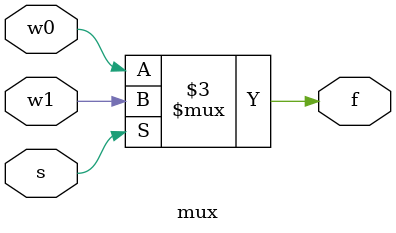
<source format=v>


//This reactionTimer is a finite state machine with 3 states
//State 1 (Q=1): LED OFF, NO Timer counting
	//default state
//State 2 (Q=2): LED off, Random generator timer counting, No timer counting
	//reaction timer started, once random time counted the machine will enter state 3
//State 3 (Q-3): LED ON, timer counting
	//LED on and time counts until user presses button to go back to state 1

module reactionTimer(Clock, Reset, Pushn, LED, LED2, LED3, Digit1, Digit0);

	input Clock, Reset,Pushn;
	output reg LED, LED2;
	output LED3;

	output wire [1:7]Digit1,Digit0;
	//reg LED;								
	wire [3:0]BCD1,BCD0;					
	wire c9; 								
	reg[1:0]Q = 1;		
	reg randomEnable=1; //this enables LFSR	
	wire [3:0]randomNumber;		
	reg enableCounting;
	wire doneCounting;
	//initialize Q to 1
	//assign LED = 1;
	initial enableCounting = 0;
	initial randomEnable = 1;
	
	
	always@(posedge Clock)
	begin
	
		if(!Pushn)
		begin
			/*
			case(Q)
			1 : Q <= 2;
			2 : ;
			3 : Q <= 1;

			endcase
			*/


			if(Q==1) 
			begin
			Q<=2; //if in state 1, go to state 2
			end
		
			else if(Q==3) 
			begin
			Q<=1; //if in state 3, go to state 1 
			end
			//else Q = Q;
			//LED3 = 1;
		end
		
		if(Q == 1)
		begin
			LED<=0; //LED OFF (LED CONTROLS IF LIGHT IS ON AND IF COUNTER IS ENABLED)
			LED2<=0;

		end
		else if(Q == 2)
		begin
			LED<=0; //LED OFF
			LED2<=1;
			enableCounting <= 1;
			/*if(doneCounting)
				Q <= 3;*/


		end
		else if(Q == 3)
		begin
			LED<=1; //LED ON
			LED2<=0;

		end
		
		
	end


	always@(negedge doneCounting)
	begin
	
	 if(doneCounting)
		Q <= 3;
	end
	
	
	/*
	always @(posedge Clock)
	begin
		if(!Pushn||Reset)
			LED<=1;
		else begin
			LED<=0;
		end
	end*/
	

	//assign LEDn = ~LED;
	
	clockDivider hundredHertz(Clock,c9); //divide clock to get our frequency

	BCDcount counter(c9,Reset,LED,BCD1,BCD0);
	seg7 seg1(BCD1,Digit1);
	seg7 seg0(BCD0,Digit0);

	LFSR ranNum(Clock,randomEnable,randomNumber);
	countTo count1(c9, randomNumber, doneCounting, enableCounting, LED3);


/*
wire x,y,Q;

mux muxyMux(w,Q,1,x)

assign y = button & x & ~reset

flipflop flippyFlop(y,Clock,Q)
*/

endmodule



module BCDcount(Clock,Clear,E,BCD1,BCD0);
	input Clock,Clear,E;
	output reg [3:0]BCD1,BCD0;

	always@(posedge Clock)
	begin
		if(Clear) //if clear, set everything to 0
		begin
			BCD1<=0;
			BCD0<=0;
		end
		else if (~Clear && E) //if enable...
			if(BCD0==4'b1001)//if BCD0 is 9 (left digit)
			begin
				BCD0<=0; //set it back to 0
				if(BCD1==4'b1001) //if BCD1 9
					BCD1<=0; //set back to 0
				else 
					BCD1<=BCD1+1; //otherwise increment
			end
		else 
			BCD0<=BCD0+1; //if !Clear and E, then increment BCD0
	end

	//note: as long as BCD0!=9, it increments on clockedge 
	//and BCD1 remains in its state, so BCDO goes up to 9
	//before BCD1 increments


	//ALSO: I think we could just add another BCD (BCD2) and make that 
	//increment everytime BCD1 gets to 9 (just put this incrementation 
	//inside an if statement exactly like what we did for BCD1 and BCD0)

endmodule

module seg7(bcd,leds);
	input [3:0]bcd;
	output reg[1:7] leds;

	always@(bcd)
		case(bcd)  //whenever bcd changes, change led outputs accordingly
					//abcdefg
			0: leds=7'b0000001;//1111110;
			1: leds=7'b1001111;//0110000;
			2: leds=7'b0010010;//1101101;
			3: leds=7'b0000110;//1111001;
			4: leds=7'b1001100;//0110011;
			5: leds=7'b0100100;//1011011;
			6: leds=7'b0100000;//1011111;
			7: leds=7'b0001111;//1110000;
			8: leds=7'b0000000;//1111111;
			9: leds=7'b0000100;//1111011;
			default: leds=7'bx;
		endcase

endmodule


//////////////////////Clock Divider///////////////////////////////////////////////////////
////////////takes in Clock and effectively outputs that frequency%10 ///////////////////////


module clockDivider(Clock,c19);
	input Clock;
	reg [19:0]Q;
	output reg c19;

	always@(posedge Clock)
	begin
		Q <= Q+1;
		
		c19 = Q[19];
	end

endmodule

//this linear feedback shift register will produce a puedo random number
module LFSR(Clock,E,Q);
input Clock, E;
output reg [3:0] Q;
initial Q = 1;

always@(posedge Clock)
begin

		Q[3] = Q[3] ^ Q[0];
		Q[2] = Q[3];
		Q[1] = Q[2];
		Q[0] = Q[1];

end

endmodule

module countTo(clock, inputN, done, enable, LED3);
	input clock, enable;
	input inputN;
	output reg done;
	output reg LED3;
	reg[3:0]counter;
	initial counter = 0;
	
	always@(posedge clock)
	begin
		LED3 = 0;
	/*
		if(inputN==0)
			LED3 = 1;
		else
			LED3 = 0;*/
	
		if(enable)
		begin
			//counter=counter+1;
			if(counter==inputN)
			begin
				done = 1;
				//LED3 = 1;
			end
			else
			begin
				//LED3 = 0;
			end
		end
		else begin
			LED3 = 0;
			//counter = 0;
			//done = 0;
		end
	end
endmodule

/*
module findQ(q,Q);
	input q;
	output reg Q;

	if (q = 1)
	 
	
endmodule*/


		
////////////////////////////////////////
/////Extras/////////////// Extras///////
////////////////////////////////////////
////////////////EXTRAS//////////////////
////////////////////////////////////////
/////Extras////////////////Extras///////
////////////////////////////////////////
////////////////////////////////////////
/////Extras/////////////// Extras///////
////////////////////////////////////////
////////////////EXTRAS//////////////////
////////////////////////////////////////
/////Extras////////////////Extras///////
////////////////////////////////////////
////////////////////////////////////////
/////Extras/////////////// Extras///////
////////////////////////////////////////
////////////////EXTRAS//////////////////
////////////////////////////////////////
/////Extras////////////////Extras///////
////////////////////////////////////////
////////////////////////////////////////
/////Extras/////////////// Extras///////
////////////////////////////////////////
////////////////EXTRAS//////////////////
////////////////////////////////////////
/////Extras////////////////Extras///////
////////////////////////////////////////


///////////////////FLIP FLOP//////////////////////////////////
////D FLIPFLOP with asynchronous reset.//////////////////

module flipflop(D,Clock,Q);
	input D,Clock;
	output reg Q;

	always@(posedge Clock)
		Q=D;

endmodule


//////2-1 mux attached to D Flipflop/////////////////

module muxdff(D0,D1,Sel,Clock,Q);
	input D0,D1,Sel,Clock;
	output reg Q;

	always@(posedge Clock)
		if(!Sel)
			Q<=D0;
		else
			Q<=D1;

endmodule

/////////////////////////MUX///////////////////////////////////////
module mux(s,w0,w1,f);
	input s,w0,w1;
	output reg f;

	always@(s)
	begin
		if (s)
			f = w1;
		else
			f = w0;
	end

endmodule


////////////////////////////////////////////////

/*
module buttonPressLogic(button,w,Clock,reset);

always@(posedge Clock)
	D

endmodule
*/


/////////////////////////////////////////////

/*


module ParLoadCounter(enable,d0,d1,d2,d3,load,clock,q0,q1,q2,q3);

input(enable,d0,d1,d2,d3,load,clock,q0,q1,q2,q3);
output(q0,q1,q2,q3);
wire [0:7];



//load is 1 for a reset (see figure 5.24)


endmodule

*/








</source>
